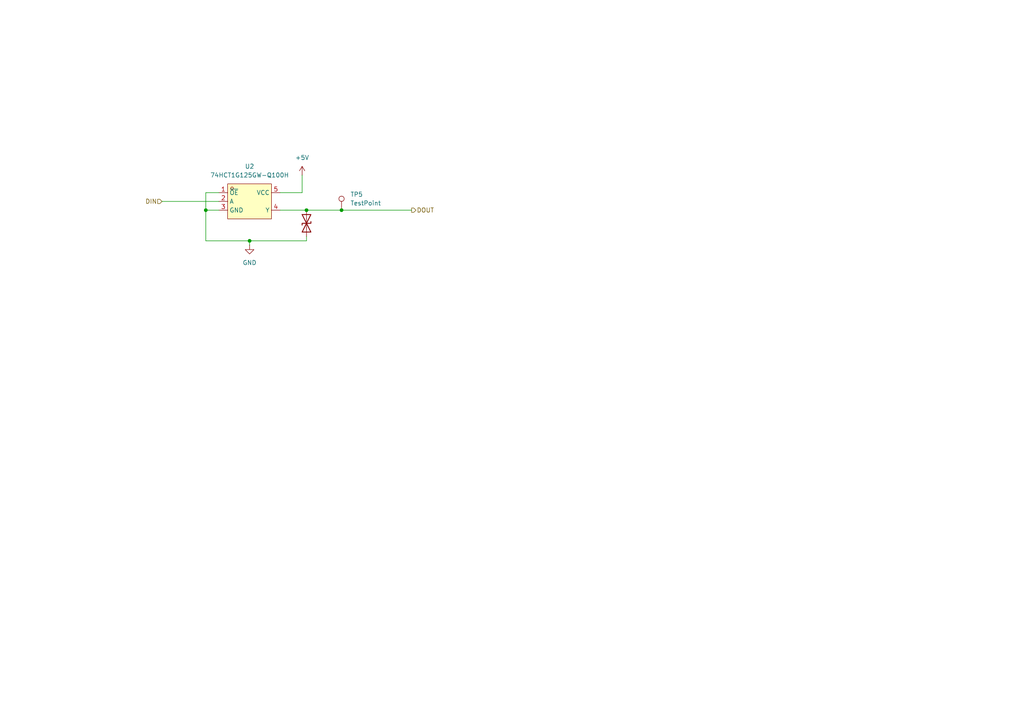
<source format=kicad_sch>
(kicad_sch (version 20250114) (generator "eeschema") (generator_version "9.0")
  (paper "A4")
  (lib_symbols
    (symbol "Connector:TestPoint" (pin_numbers (hide yes)) (pin_names (offset 0.762) (hide yes))
      (property "Reference" "TP" (at 0 6.858 0))
      (property "Value" "TestPoint" (at 0 5.08 0))
      (symbol "TestPoint_0_1"
        (circle (center 0 3.302) (radius 0.762))
      )
      (symbol "TestPoint_1_1"
        (pin passive line (at 0 0 90) (length 2.54) (name "1") (number "1"))
      )
    )
    (symbol "Device:D_TVS" (pin_numbers (hide yes)) (pin_names (offset 1.016) (hide yes))
      (property "Reference" "D" (at 0 2.54 0))
      (property "Value" "D_TVS" (at 0 -2.54 0))
      (symbol "D_TVS_0_1"
        (polyline (pts (xy -2.54 1.27) (xy -2.54 -1.27) (xy 2.54 1.27) (xy 2.54 -1.27) (xy -2.54 1.27)) (stroke (width 0.254)))
        (polyline (pts (xy 0.508 1.27) (xy 0 1.27) (xy 0 -1.27) (xy -0.508 -1.27)) (stroke (width 0.254)))
        (polyline (pts (xy 1.27 0) (xy -1.27 0)))
      )
      (symbol "D_TVS_1_1"
        (pin passive line (at -3.81 0 0) (length 2.54) (name "A1") (number "1"))
        (pin passive line (at 3.81 0 180) (length 2.54) (name "A2") (number "2"))
      )
    )
    (symbol "lcsc:74HCT1G125GW-Q100H"
      (property "Reference" "U" (at 0 7.62 0))
      (property "Value" "74HCT1G125GW-Q100H" (at 0 -7.62 0))
      (symbol "74HCT1G125GW-Q100H_0_1"
        (rectangle (start -5.08 5.08) (end 7.62 -5.08) (fill (type background)))
        (circle (center -3.81 3.81) (radius 0.38))
        (pin unspecified line (at -7.62 2.54 0) (length 2.54) (name "~{OE}") (number "1"))
        (pin unspecified line (at -7.62 0 0) (length 2.54) (name "A") (number "2"))
        (pin unspecified line (at -7.62 -2.54 0) (length 2.54) (name "GND") (number "3"))
        (pin unspecified line (at 10.16 2.54 180) (length 2.54) (name "VCC") (number "5"))
        (pin unspecified line (at 10.16 -2.54 180) (length 2.54) (name "Y") (number "4"))
      )
    )
    (symbol "power:+5V" (power) (pin_numbers (hide yes)) (pin_names (offset 0) (hide yes))
      (property "Value" "+5V" (at 0 3.556 0))
      (symbol "+5V_0_1"
        (polyline (pts (xy -0.762 1.27) (xy 0 2.54)))
        (polyline (pts (xy 0 2.54) (xy 0.762 1.27)))
        (polyline (pts (xy 0 0) (xy 0 2.54)))
      )
      (symbol "+5V_1_1"
        (pin power_in line (at 0 0 90) (length 0) (name "~") (number "1"))
      )
    )
    (symbol "power:GND" (power) (pin_numbers (hide yes)) (pin_names (offset 0) (hide yes))
      (property "Value" "GND" (at 0 -3.81 0))
      (symbol "GND_0_1"
        (polyline (pts (xy 0 0) (xy 0 -1.27) (xy 1.27 -1.27) (xy 0 -2.54) (xy -1.27 -1.27) (xy 0 -1.27)))
      )
      (symbol "GND_1_1"
        (pin power_in line (at 0 0 270) (length 0) (name "~") (number "1"))
      )
    )
  )
  (junction (at 99.06 60.96))
  (junction (at 88.9 60.96))
  (junction (at 59.69 60.96))
  (junction (at 72.39 69.85))
  (wire (pts (xy 59.69 55.88) (xy 63.5 55.88)))
  (wire (pts (xy 72.39 69.85) (xy 88.9 69.85)))
  (wire (pts (xy 99.06 60.96) (xy 119.38 60.96)))
  (wire (pts (xy 59.69 69.85) (xy 72.39 69.85)))
  (wire (pts (xy 72.39 71.12) (xy 72.39 69.85)))
  (wire (pts (xy 46.99 58.42) (xy 63.5 58.42)))
  (wire (pts (xy 59.69 55.88) (xy 59.69 60.96)))
  (wire (pts (xy 88.9 69.85) (xy 88.9 68.58)))
  (wire (pts (xy 81.28 60.96) (xy 88.9 60.96)))
  (wire (pts (xy 59.69 60.96) (xy 59.69 69.85)))
  (wire (pts (xy 59.69 60.96) (xy 63.5 60.96)))
  (wire (pts (xy 88.9 60.96) (xy 99.06 60.96)))
  (wire (pts (xy 81.28 55.88) (xy 87.63 55.88)))
  (wire (pts (xy 87.63 50.8) (xy 87.63 55.88)))
  (hierarchical_label "DIN" (shape input) (at 46.99 58.42 180))
  (hierarchical_label "DOUT" (shape output) (at 119.38 60.96 0))
  (symbol (lib_id "lcsc:74HCT1G125GW-Q100H") (at 71.12 58.42 0) (unit 1)
    (property "Reference" "U2" (at 72.39 48.26 0))
    (property "Value" "74HCT1G125GW-Q100H" (at 72.39 50.8 0))
    (property "Footprint" "lcsc:TSSOP-5_L2.1-W1.3-P0.65-LS2.2-BL" (effects (hide yes)))
    (property "Datasheet" "https://lcsc.com/product-detail/presales_Nexperia-74HCT1G125GW-Q100H_C547449.html" (effects (hide yes)))
    (property "LCSC Part" "C547449" (effects (hide yes)))
  )
  (symbol (lib_id "power:GND") (at 72.39 71.12 0) (unit 1)
    (property "Reference" "#PWR012" (effects (hide yes)))
    (property "Value" "GND" (at 72.39 76.2 0))
    (property "Description" "Power symbol creates a global label with name \"GND\" , ground" (effects (hide yes)))
  )
  (symbol (lib_id "Device:D_TVS") (at 88.9 64.77 90) (mirror x) (unit 1)
    (property "Reference" "D4" (effects (hide yes)))
    (property "Value" "ESD prot." (effects (hide yes)))
    (property "Footprint" "Diode_SMD:D_SOD-323" (effects (hide yes)))
    (property "Datasheet" "https://jlcpcb.com/partdetail/Elecsuper-CDSOD323T03SC/C22363742" (effects (hide yes)))
    (property "LCSC" "C22363742" (effects (hide yes)))
  )
  (symbol (lib_id "power:+5V") (at 87.63 50.8 0) (unit 1)
    (property "Reference" "#PWR013" (effects (hide yes)))
    (property "Value" "+5V" (at 87.63 45.72 0))
    (property "Description" "Power symbol creates a global label with name \"+5V\"" (effects (hide yes)))
  )
  (symbol (lib_id "Connector:TestPoint") (at 99.06 60.96 0) (unit 1)
    (property "Reference" "TP5" (at 101.6 56.3879 0) (effects (justify left)))
    (property "Value" "TestPoint" (at 101.6 58.9279 0) (effects (justify left)))
    (property "Footprint" "TestPoint:TestPoint_Pad_D1.0mm" (effects (hide yes)))
    (property "Description" "test point" (effects (hide yes)))
  )
)
</source>
